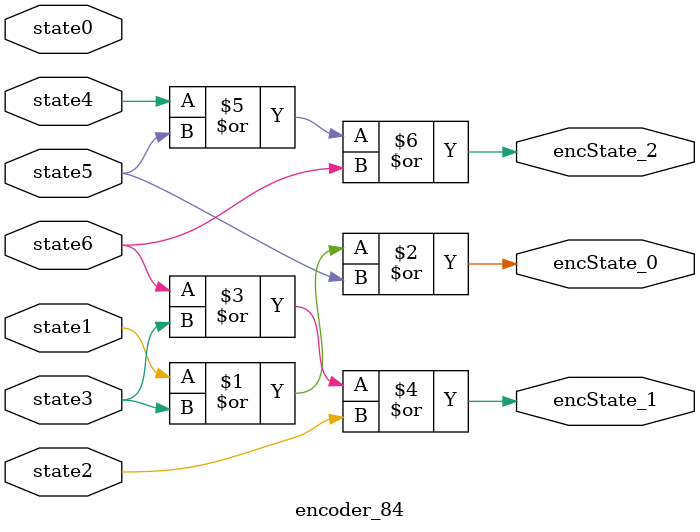
<source format=sv>
module encoder_84 (
    input logic state0, state1, state2, state3, state4, state5, state6,
    output logic encState_0, encState_1, encState_2
);

    or (encState_0, state1, state3, state5);
    or (encState_1, state6, state3, state2);
    or (encState_2, state4, state5, state6);

endmodule
</source>
